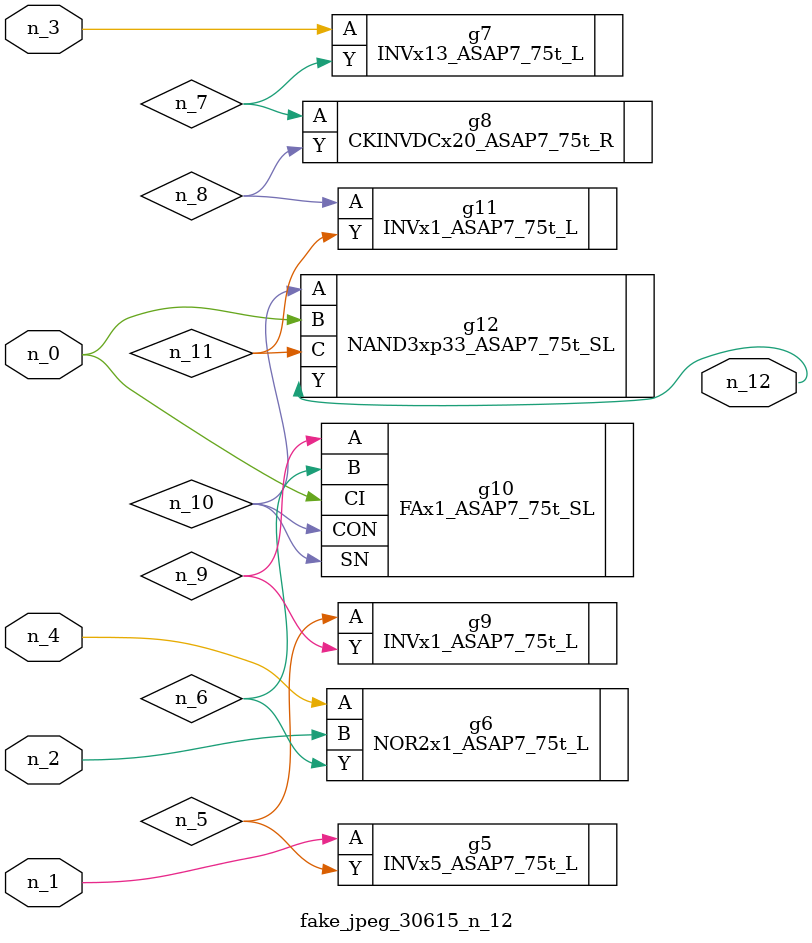
<source format=v>
module fake_jpeg_30615_n_12 (n_3, n_2, n_1, n_0, n_4, n_12);

input n_3;
input n_2;
input n_1;
input n_0;
input n_4;

output n_12;

wire n_11;
wire n_10;
wire n_8;
wire n_9;
wire n_6;
wire n_5;
wire n_7;

INVx5_ASAP7_75t_L g5 ( 
.A(n_1),
.Y(n_5)
);

NOR2x1_ASAP7_75t_L g6 ( 
.A(n_4),
.B(n_2),
.Y(n_6)
);

INVx13_ASAP7_75t_L g7 ( 
.A(n_3),
.Y(n_7)
);

CKINVDCx20_ASAP7_75t_R g8 ( 
.A(n_7),
.Y(n_8)
);

INVx1_ASAP7_75t_L g11 ( 
.A(n_8),
.Y(n_11)
);

INVx1_ASAP7_75t_L g9 ( 
.A(n_5),
.Y(n_9)
);

FAx1_ASAP7_75t_SL g10 ( 
.A(n_9),
.B(n_6),
.CI(n_0),
.CON(n_10),
.SN(n_10)
);

NAND3xp33_ASAP7_75t_SL g12 ( 
.A(n_10),
.B(n_0),
.C(n_11),
.Y(n_12)
);


endmodule
</source>
